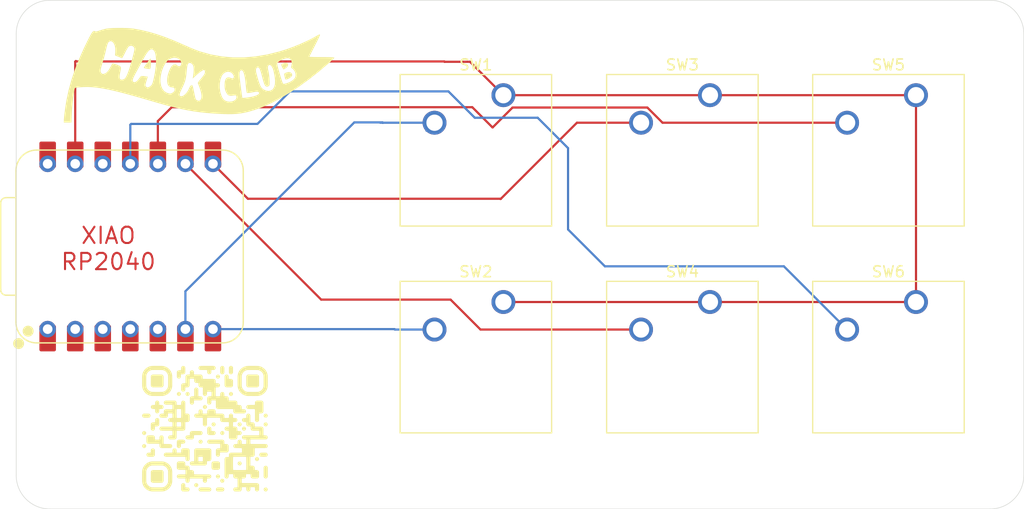
<source format=kicad_pcb>
(kicad_pcb (version 20241229) (generator "pcbnew") (generator_version "9.0")
  (layers (0 "F.Cu" signal) (2 "B.Cu" signal) (13 "F.Paste" user) (15 "B.Paste" user) (5 "F.SilkS" user "F.Silkscreen") (7 "B.SilkS" user "B.Silkscreen") (1 "F.Mask" user) (3 "B.Mask" user) (25 "Edge.Cuts" user))
  (net 0 "")
  (net 1 "GND")
  (net 2 "Net-(U1-GPIO7{slash}SCL)")
  (net 3 "Net-(U1-GPIO0{slash}TX)")
  (net 4 "Net-(U1-GPIO1{slash}RX)")
  (net 5 "Net-(U1-GPIO2{slash}SCK)")
  (net 6 "Net-(U1-GPIO4{slash}MISO)")
  (net 7 "Net-(U1-GPIO3{slash}MOSI)")
  (net 9 "+5V")
  (footprint "Button_Switch_Keyboard:SW_Cherry_MX_1.00u_PCB" (layer "F.Cu") (at 117.16 63.1505)
    (property "Reference" "SW3" (at -2.54 -2.794 0) (layer "F.SilkS"))
    (property "Value" "SW_Push")
    (pad "" np_thru_hole circle (at -7.62 5.08) (size 1.7 1.7) (drill 1.7) (layers "*.Cu" "*.Mask"))
    (pad "" np_thru_hole circle (at -2.54 5.08) (size 4 4) (drill 4) (layers "*.Cu" "*.Mask"))
    (pad "" np_thru_hole circle (at 2.54 5.08) (size 1.7 1.7) (drill 1.7) (layers "*.Cu" "*.Mask"))
    (pad "1" thru_hole circle (at 0 0) (size 2.2 2.2) (drill 1.5) (layers "*.Cu" "*.Mask") (net 1 "GND"))
    (pad "2" thru_hole circle (at -6.35 2.54) (size 2.2 2.2) (drill 1.5) (layers "*.Cu" "*.Mask") (net 4 "Net-(U1-GPIO1{slash}RX)"))
  )
  (footprint "Button_Switch_Keyboard:SW_Cherry_MX_1.00u_PCB" (layer "F.Cu") (at 98.119 63.1505)
    (property "Reference" "SW1" (at -2.54 -2.794 0) (layer "F.SilkS"))
    (property "Value" "SW_Push")
    (pad "" np_thru_hole circle (at -7.62 5.08) (size 1.7 1.7) (drill 1.7) (layers "*.Cu" "*.Mask"))
    (pad "" np_thru_hole circle (at -2.54 5.08) (size 4 4) (drill 4) (layers "*.Cu" "*.Mask"))
    (pad "" np_thru_hole circle (at 2.54 5.08) (size 1.7 1.7) (drill 1.7) (layers "*.Cu" "*.Mask"))
    (pad "1" thru_hole circle (at 0 0) (size 2.2 2.2) (drill 1.5) (layers "*.Cu" "*.Mask") (net 1 "GND"))
    (pad "2" thru_hole circle (at -6.35 2.54) (size 2.2 2.2) (drill 1.5) (layers "*.Cu" "*.Mask") (net 2 "Net-(U1-GPIO7{slash}SCL)"))
  )
  (footprint "Button_Switch_Keyboard:SW_Cherry_MX_1.00u_PCB" (layer "F.Cu") (at 136.16 63.1505)
    (property "Reference" "SW5" (at -2.54 -2.794 0) (layer "F.SilkS"))
    (property "Value" "SW_Push")
    (pad "" np_thru_hole circle (at -7.62 5.08) (size 1.7 1.7) (drill 1.7) (layers "*.Cu" "*.Mask"))
    (pad "" np_thru_hole circle (at -2.54 5.08) (size 4 4) (drill 4) (layers "*.Cu" "*.Mask"))
    (pad "" np_thru_hole circle (at 2.54 5.08) (size 1.7 1.7) (drill 1.7) (layers "*.Cu" "*.Mask"))
    (pad "1" thru_hole circle (at 0 0) (size 2.2 2.2) (drill 1.5) (layers "*.Cu" "*.Mask") (net 1 "GND"))
    (pad "2" thru_hole circle (at -6.35 2.54) (size 2.2 2.2) (drill 1.5) (layers "*.Cu" "*.Mask") (net 6 "Net-(U1-GPIO4{slash}MISO)"))
  )
  (footprint "Button_Switch_Keyboard:SW_Cherry_MX_1.00u_PCB" (layer "F.Cu") (at 136.16 82.22)
    (property "Reference" "SW6" (at -2.54 -2.794 0) (layer "F.SilkS"))
    (property "Value" "SW_Push")
    (pad "" np_thru_hole circle (at -7.62 5.08) (size 1.7 1.7) (drill 1.7) (layers "*.Cu" "*.Mask"))
    (pad "" np_thru_hole circle (at -2.54 5.08) (size 4 4) (drill 4) (layers "*.Cu" "*.Mask"))
    (pad "" np_thru_hole circle (at 2.54 5.08) (size 1.7 1.7) (drill 1.7) (layers "*.Cu" "*.Mask"))
    (pad "1" thru_hole circle (at 0 0) (size 2.2 2.2) (drill 1.5) (layers "*.Cu" "*.Mask") (net 1 "GND"))
    (pad "2" thru_hole circle (at -6.35 2.54) (size 2.2 2.2) (drill 1.5) (layers "*.Cu" "*.Mask") (net 7 "Net-(U1-GPIO3{slash}MOSI)"))
  )
  (footprint "Button_Switch_Keyboard:SW_Cherry_MX_1.00u_PCB" (layer "F.Cu") (at 117.16 82.22)
    (property "Reference" "SW4" (at -2.54 -2.794 0) (layer "F.SilkS"))
    (property "Value" "SW_Push")
    (pad "" np_thru_hole circle (at -7.62 5.08) (size 1.7 1.7) (drill 1.7) (layers "*.Cu" "*.Mask"))
    (pad "" np_thru_hole circle (at -2.54 5.08) (size 4 4) (drill 4) (layers "*.Cu" "*.Mask"))
    (pad "" np_thru_hole circle (at 2.54 5.08) (size 1.7 1.7) (drill 1.7) (layers "*.Cu" "*.Mask"))
    (pad "1" thru_hole circle (at 0 0) (size 2.2 2.2) (drill 1.5) (layers "*.Cu" "*.Mask") (net 1 "GND"))
    (pad "2" thru_hole circle (at -6.35 2.54) (size 2.2 2.2) (drill 1.5) (layers "*.Cu" "*.Mask") (net 5 "Net-(U1-GPIO2{slash}SCK)"))
  )
  (footprint "Button_Switch_Keyboard:SW_Cherry_MX_1.00u_PCB" (layer "F.Cu") (at 98.119 82.22)
    (property "Reference" "SW2" (at -2.54 -2.794 0) (layer "F.SilkS"))
    (property "Value" "SW_Push")
    (pad "" np_thru_hole circle (at -7.62 5.08) (size 1.7 1.7) (drill 1.7) (layers "*.Cu" "*.Mask"))
    (pad "" np_thru_hole circle (at -2.54 5.08) (size 4 4) (drill 4) (layers "*.Cu" "*.Mask"))
    (pad "" np_thru_hole circle (at 2.54 5.08) (size 1.7 1.7) (drill 1.7) (layers "*.Cu" "*.Mask"))
    (pad "1" thru_hole circle (at 0 0) (size 2.2 2.2) (drill 1.5) (layers "*.Cu" "*.Mask") (net 1 "GND"))
    (pad "2" thru_hole circle (at -6.35 2.54) (size 2.2 2.2) (drill 1.5) (layers "*.Cu" "*.Mask") (net 3 "Net-(U1-GPIO0{slash}TX)"))
  )
  (footprint "LOGO" (layer "F.Cu") (at 70.1 61.3)
    (property "Reference" "G***" (hide yes))
    (property "Value" "LOGO" (hide yes))
  )
  (footprint "LOGO" (layer "F.Cu") (at 70.6 93.9)
    (property "Reference" "G***" (hide yes))
    (property "Value" "LOGO" (hide yes))
  )
  (footprint "Seeed Studio XIAO Series Library:XIAO-RP2040-DIP" (layer "F.Cu") (at 63.72 77.1 90)
    (property "Reference" "U1" (hide yes))
    (property "Value" "XIAO-RP2040-DIP")
    (pad "1" smd roundrect (at -8.455 -7.62 270) (size 2.432 1.524) (layers "F.Cu" "F.Mask") (roundrect_rratio 0.1))
    (pad "1" thru_hole circle (at -7.62 -7.62 270) (size 1.524 1.524) (drill 0.889) (layers "*.Cu" "*.Mask"))
    (pad "2" smd roundrect (at -8.455 -5.08 270) (size 2.432 1.524) (layers "F.Cu" "F.Mask") (roundrect_rratio 0.1))
    (pad "2" thru_hole circle (at -7.62 -5.08 270) (size 1.524 1.524) (drill 0.889) (layers "*.Cu" "*.Mask"))
    (pad "3" smd roundrect (at -8.455 -2.54 270) (size 2.432 1.524) (layers "F.Cu" "F.Mask") (roundrect_rratio 0.1))
    (pad "3" thru_hole circle (at -7.62 -2.54 270) (size 1.524 1.524) (drill 0.889) (layers "*.Cu" "*.Mask"))
    (pad "4" smd roundrect (at -8.455 0 270) (size 2.432 1.524) (layers "F.Cu" "F.Mask") (roundrect_rratio 0.1))
    (pad "4" thru_hole circle (at -7.62 0 270) (size 1.524 1.524) (drill 0.889) (layers "*.Cu" "*.Mask"))
    (pad "5" smd roundrect (at -8.455 2.54 270) (size 2.432 1.524) (layers "F.Cu" "F.Mask") (roundrect_rratio 0.1))
    (pad "5" thru_hole circle (at -7.62 2.54 270) (size 1.524 1.524) (drill 0.889) (layers "*.Cu" "*.Mask"))
    (pad "6" smd roundrect (at -8.455 5.08 270) (size 2.432 1.524) (layers "F.Cu" "F.Mask") (roundrect_rratio 0.1) (net 2 "Net-(U1-GPIO7{slash}SCL)"))
    (pad "6" thru_hole circle (at -7.62 5.08 270) (size 1.524 1.524) (drill 0.889) (layers "*.Cu" "*.Mask") (net 2 "Net-(U1-GPIO7{slash}SCL)"))
    (pad "7" smd roundrect (at -8.455 7.62 270) (size 2.432 1.524) (layers "F.Cu" "F.Mask") (roundrect_rratio 0.1) (net 3 "Net-(U1-GPIO0{slash}TX)"))
    (pad "7" thru_hole circle (at -7.62 7.62 270) (size 1.524 1.524) (drill 0.889) (layers "*.Cu" "*.Mask") (net 3 "Net-(U1-GPIO0{slash}TX)"))
    (pad "8" thru_hole circle (at 7.62 7.62 90) (size 1.524 1.524) (drill 0.889) (layers "*.Cu" "*.Mask") (net 4 "Net-(U1-GPIO1{slash}RX)"))
    (pad "8" smd roundrect (at 8.455 7.62 90) (size 2.432 1.524) (layers "F.Cu" "F.Mask") (roundrect_rratio 0.1) (net 4 "Net-(U1-GPIO1{slash}RX)"))
    (pad "9" thru_hole circle (at 7.62 5.08 90) (size 1.524 1.524) (drill 0.889) (layers "*.Cu" "*.Mask") (net 5 "Net-(U1-GPIO2{slash}SCK)"))
    (pad "9" smd roundrect (at 8.455 5.08 90) (size 2.432 1.524) (layers "F.Cu" "F.Mask") (roundrect_rratio 0.1) (net 5 "Net-(U1-GPIO2{slash}SCK)"))
    (pad "10" thru_hole circle (at 7.62 2.54 90) (size 1.524 1.524) (drill 0.889) (layers "*.Cu" "*.Mask") (net 6 "Net-(U1-GPIO4{slash}MISO)"))
    (pad "10" smd roundrect (at 8.455 2.54 90) (size 2.432 1.524) (layers "F.Cu" "F.Mask") (roundrect_rratio 0.1) (net 6 "Net-(U1-GPIO4{slash}MISO)"))
    (pad "11" thru_hole circle (at 7.62 0 90) (size 1.524 1.524) (drill 0.889) (layers "*.Cu" "*.Mask") (net 7 "Net-(U1-GPIO3{slash}MOSI)"))
    (pad "11" smd roundrect (at 8.455 0 90) (size 2.432 1.524) (layers "F.Cu" "F.Mask") (roundrect_rratio 0.1) (net 7 "Net-(U1-GPIO3{slash}MOSI)"))
    (pad "12" thru_hole circle (at 7.62 -2.54 90) (size 1.524 1.524) (drill 0.889) (layers "*.Cu" "*.Mask"))
    (pad "12" smd roundrect (at 8.455 -2.54 90) (size 2.432 1.524) (layers "F.Cu" "F.Mask") (roundrect_rratio 0.1))
    (pad "13" thru_hole circle (at 7.62 -5.08 90) (size 1.524 1.524) (drill 0.889) (layers "*.Cu" "*.Mask") (net 1 "GND"))
    (pad "13" smd roundrect (at 8.455 -5.08 90) (size 2.432 1.524) (layers "F.Cu" "F.Mask") (roundrect_rratio 0.1) (net 1 "GND"))
    (pad "14" thru_hole circle (at 7.62 -7.62 90) (size 1.524 1.524) (drill 0.889) (layers "*.Cu" "*.Mask") (net 9 "+5V"))
    (pad "14" smd roundrect (at 8.455 -7.62 90) (size 2.432 1.524) (layers "F.Cu" "F.Mask") (roundrect_rratio 0.1) (net 9 "+5V"))
  )
  (gr_arc (start 53.2 57.5) (mid 54.107969 55.307969) (end 56.3 54.4) (stroke (width 0.05)) (layer "Edge.Cuts"))
  (gr_arc (start 146.1 98.2) (mid 145.192031 100.392031) (end 143 101.3) (stroke (width 0.05)) (layer "Edge.Cuts"))
  (gr_arc (start 56.3 101.3) (mid 54.107969 100.392031) (end 53.2 98.2) (stroke (width 0.05)) (layer "Edge.Cuts"))
  (gr_line (start 53.2 98.2) (end 53.2 57.5) (stroke (width 0.05)) (layer "Edge.Cuts"))
  (gr_line (start 56.3 54.4) (end 143 54.4) (stroke (width 0.05)) (layer "Edge.Cuts"))
  (gr_line (start 143 101.3) (end 56.3 101.3) (stroke (width 0.05)) (layer "Edge.Cuts"))
  (gr_arc (start 143 54.4) (mid 145.192031 55.307969) (end 146.1 57.5) (stroke (width 0.05)) (layer "Edge.Cuts"))
  (gr_line (start 146.1 57.5) (end 146.1 98.2) (stroke (width 0.05)) (layer "Edge.Cuts"))
  (gr_text "XIAO\nRP2040" (at 61.7 77.3 0) (layer "F.Cu") (effects (font (size 1.5 1.5) (thickness 0.1875))))
  (segment (start 92.66 60.04) (end 58.74 60.04) (width 0.2) (layer "F.Cu") (net 1))
  (segment (start 136.16 82.22) (end 136.16 63.1505) (width 0.2) (layer "F.Cu") (net 1))
  (segment (start 58.74 60.04) (end 58.7 60) (width 0.2) (layer "F.Cu") (net 1))
  (segment (start 117.16 82.22) (end 136.16 82.22) (width 0.2) (layer "F.Cu") (net 1))
  (segment (start 98.119 82.22) (end 117.16 82.22) (width 0.2) (layer "F.Cu") (net 1))
  (segment (start 92.6905 60.0705) (end 95.039 60.0705) (width 0.2) (layer "F.Cu") (net 1))
  (segment (start 136.16 63.1505) (end 117.16 63.1505) (width 0.2) (layer "F.Cu") (net 1))
  (segment (start 58.64 60.06) (end 58.64 68.645) (width 0.2) (layer "F.Cu") (net 1))
  (segment (start 58.7 60) (end 58.64 60.06) (width 0.2) (layer "F.Cu") (net 1))
  (segment (start 117.16 63.1505) (end 98.119 63.1505) (width 0.2) (layer "F.Cu") (net 1))
  (segment (start 92.66 60.04) (end 92.6905 60.0705) (width 0.2) (layer "F.Cu") (net 1))
  (segment (start 98.119 63.1505) (end 95.039 60.0705) (width 0.2) (layer "F.Cu") (net 1))
  (segment (start 91.769 65.6905) (end 91.029 66.4305) (width 0.2) (layer "B.Cu") (net 2))
  (segment (start 86.7519 65.6905) (end 87 65.6905) (width 0.2) (layer "B.Cu") (net 2))
  (segment (start 68.8 81.2329) (end 84.3729 65.66) (width 0.2) (layer "B.Cu") (net 2))
  (segment (start 84.3729 65.66) (end 86.9695 65.66) (width 0.2) (layer "B.Cu") (net 2))
  (segment (start 86.9695 65.66) (end 87 65.6905) (width 0.2) (layer "B.Cu") (net 2))
  (segment (start 87 65.6905) (end 91.769 65.6905) (width 0.2) (layer "B.Cu") (net 2))
  (segment (start 68.8 84.72) (end 68.8 81.2329) (width 0.2) (layer "B.Cu") (net 2))
  (segment (start 88.12 84.76) (end 91.769 84.76) (width 0.2) (layer "B.Cu") (net 3))
  (segment (start 88.08 84.72) (end 88.12 84.76) (width 0.2) (layer "B.Cu") (net 3))
  (segment (start 71.34 84.72) (end 88.08 84.72) (width 0.2) (layer "B.Cu") (net 3))
  (segment (start 74.56 72.7) (end 97.88797 72.7) (width 0.2) (layer "F.Cu") (net 4))
  (segment (start 97.88797 72.7) (end 97.85747 72.7305) (width 0.2) (layer "F.Cu") (net 4))
  (segment (start 104.89747 65.6905) (end 97.88797 72.7) (width 0.2) (layer "F.Cu") (net 4))
  (segment (start 110.81 65.6905) (end 104.89747 65.6905) (width 0.2) (layer "F.Cu") (net 4))
  (segment (start 71.34 69.48) (end 74.56 72.7) (width 0.2) (layer "F.Cu") (net 4))
  (segment (start 81.32 82) (end 93.2485 82) (width 0.2) (layer "F.Cu") (net 5))
  (segment (start 68.8 69.48) (end 81.32 82) (width 0.2) (layer "F.Cu") (net 5))
  (segment (start 96.0085 84.76) (end 110.81 84.76) (width 0.2) (layer "F.Cu") (net 5))
  (segment (start 93.2485 82) (end 96.0085 84.76) (width 0.2) (layer "F.Cu") (net 5))
  (segment (start 98.961314 64.2895) (end 111.390314 64.2895) (width 0.2) (layer "F.Cu") (net 6))
  (segment (start 111.390314 64.2895) (end 112.791314 65.6905) (width 0.2) (layer "F.Cu") (net 6))
  (segment (start 112.791314 65.6905) (end 129.81 65.6905) (width 0.2) (layer "F.Cu") (net 6))
  (segment (start 67.541 64.259) (end 95.248814 64.259) (width 0.2) (layer "F.Cu") (net 6))
  (segment (start 97.120314 66.1305) (end 98.961314 64.2895) (width 0.2) (layer "F.Cu") (net 6))
  (segment (start 66.26 65.54) (end 67.541 64.259) (width 0.2) (layer "F.Cu") (net 6))
  (segment (start 66.26 68.645) (end 66.26 65.54) (width 0.2) (layer "F.Cu") (net 6))
  (segment (start 95.248814 64.259) (end 97.120314 66.1305) (width 0.2) (layer "F.Cu") (net 6))
  (segment (start 104.079 68.0305) (end 104.079 75.5305) (width 0.2) (layer "B.Cu") (net 7))
  (segment (start 63.72 69.48) (end 63.72 65.88) (width 0.2) (layer "B.Cu") (net 7))
  (segment (start 78.44 62.8) (end 93.0485 62.8) (width 0.2) (layer "B.Cu") (net 7))
  (segment (start 63.72 65.88) (end 63.8 65.8) (width 0.2) (layer "B.Cu") (net 7))
  (segment (start 123.9805 78.9305) (end 129.81 84.76) (width 0.2) (layer "B.Cu") (net 7))
  (segment (start 104.079 75.5305) (end 107.479 78.9305) (width 0.2) (layer "B.Cu") (net 7))
  (segment (start 93.0485 62.8) (end 95.479 65.2305) (width 0.2) (layer "B.Cu") (net 7))
  (segment (start 63.8 65.8) (end 75.44 65.8) (width 0.2) (layer "B.Cu") (net 7))
  (segment (start 107.479 78.9305) (end 123.9805 78.9305) (width 0.2) (layer "B.Cu") (net 7))
  (segment (start 95.479 65.2305) (end 101.279 65.2305) (width 0.2) (layer "B.Cu") (net 7))
  (segment (start 101.279 65.2305) (end 104.079 68.0305) (width 0.2) (layer "B.Cu") (net 7))
  (segment (start 75.44 65.8) (end 78.44 62.8) (width 0.2) (layer "B.Cu") (net 7))
)
</source>
